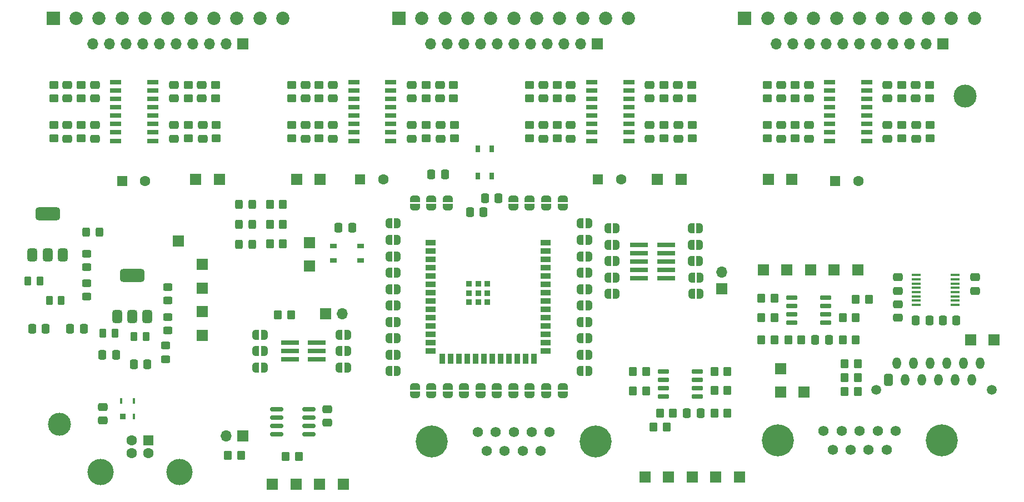
<source format=gts>
G04 #@! TF.GenerationSoftware,KiCad,Pcbnew,8.0.8*
G04 #@! TF.CreationDate,2025-02-08T12:50:56+01:00*
G04 #@! TF.ProjectId,Overlord,4f766572-6c6f-4726-942e-6b696361645f,rev?*
G04 #@! TF.SameCoordinates,Original*
G04 #@! TF.FileFunction,Soldermask,Top*
G04 #@! TF.FilePolarity,Negative*
%FSLAX46Y46*%
G04 Gerber Fmt 4.6, Leading zero omitted, Abs format (unit mm)*
G04 Created by KiCad (PCBNEW 8.0.8) date 2025-02-08 12:50:56*
%MOMM*%
%LPD*%
G01*
G04 APERTURE LIST*
G04 Aperture macros list*
%AMRoundRect*
0 Rectangle with rounded corners*
0 $1 Rounding radius*
0 $2 $3 $4 $5 $6 $7 $8 $9 X,Y pos of 4 corners*
0 Add a 4 corners polygon primitive as box body*
4,1,4,$2,$3,$4,$5,$6,$7,$8,$9,$2,$3,0*
0 Add four circle primitives for the rounded corners*
1,1,$1+$1,$2,$3*
1,1,$1+$1,$4,$5*
1,1,$1+$1,$6,$7*
1,1,$1+$1,$8,$9*
0 Add four rect primitives between the rounded corners*
20,1,$1+$1,$2,$3,$4,$5,0*
20,1,$1+$1,$4,$5,$6,$7,0*
20,1,$1+$1,$6,$7,$8,$9,0*
20,1,$1+$1,$8,$9,$2,$3,0*%
%AMFreePoly0*
4,1,19,0.500000,-0.750000,0.000000,-0.750000,0.000000,-0.744911,-0.071157,-0.744911,-0.207708,-0.704816,-0.327430,-0.627875,-0.420627,-0.520320,-0.479746,-0.390866,-0.500000,-0.250000,-0.500000,0.250000,-0.479746,0.390866,-0.420627,0.520320,-0.327430,0.627875,-0.207708,0.704816,-0.071157,0.744911,0.000000,0.744911,0.000000,0.750000,0.500000,0.750000,0.500000,-0.750000,0.500000,-0.750000,
$1*%
%AMFreePoly1*
4,1,19,0.000000,0.744911,0.071157,0.744911,0.207708,0.704816,0.327430,0.627875,0.420627,0.520320,0.479746,0.390866,0.500000,0.250000,0.500000,-0.250000,0.479746,-0.390866,0.420627,-0.520320,0.327430,-0.627875,0.207708,-0.704816,0.071157,-0.744911,0.000000,-0.744911,0.000000,-0.750000,-0.500000,-0.750000,-0.500000,0.750000,0.000000,0.750000,0.000000,0.744911,0.000000,0.744911,
$1*%
G04 Aperture macros list end*
%ADD10C,3.500000*%
%ADD11RoundRect,0.250000X0.450000X-0.350000X0.450000X0.350000X-0.450000X0.350000X-0.450000X-0.350000X0*%
%ADD12FreePoly0,180.000000*%
%ADD13FreePoly1,180.000000*%
%ADD14R,1.700000X1.700000*%
%ADD15RoundRect,0.250000X0.350000X0.450000X-0.350000X0.450000X-0.350000X-0.450000X0.350000X-0.450000X0*%
%ADD16RoundRect,0.250000X0.325000X0.450000X-0.325000X0.450000X-0.325000X-0.450000X0.325000X-0.450000X0*%
%ADD17C,1.500000*%
%ADD18RoundRect,0.250000X0.400000X-0.650000X0.400000X0.650000X-0.400000X0.650000X-0.400000X-0.650000X0*%
%ADD19O,1.300000X1.800000*%
%ADD20RoundRect,0.250000X-0.475000X0.337500X-0.475000X-0.337500X0.475000X-0.337500X0.475000X0.337500X0*%
%ADD21FreePoly0,270.000000*%
%ADD22FreePoly1,270.000000*%
%ADD23FreePoly0,90.000000*%
%ADD24FreePoly1,90.000000*%
%ADD25FreePoly0,0.000000*%
%ADD26FreePoly1,0.000000*%
%ADD27RoundRect,0.250000X0.475000X-0.337500X0.475000X0.337500X-0.475000X0.337500X-0.475000X-0.337500X0*%
%ADD28RoundRect,0.250000X-0.350000X-0.450000X0.350000X-0.450000X0.350000X0.450000X-0.350000X0.450000X0*%
%ADD29O,1.700000X1.700000*%
%ADD30RoundRect,0.250000X-0.450000X0.350000X-0.450000X-0.350000X0.450000X-0.350000X0.450000X0.350000X0*%
%ADD31RoundRect,0.250000X0.337500X0.475000X-0.337500X0.475000X-0.337500X-0.475000X0.337500X-0.475000X0*%
%ADD32RoundRect,0.250000X-0.337500X-0.475000X0.337500X-0.475000X0.337500X0.475000X-0.337500X0.475000X0*%
%ADD33RoundRect,0.250000X0.450000X-0.325000X0.450000X0.325000X-0.450000X0.325000X-0.450000X-0.325000X0*%
%ADD34R,1.750000X0.800000*%
%ADD35R,1.750000X0.700000*%
%ADD36R,2.025000X2.025000*%
%ADD37C,2.025000*%
%ADD38R,1.600000X1.600000*%
%ADD39C,1.600000*%
%ADD40R,2.790000X0.740000*%
%ADD41C,4.000000*%
%ADD42RoundRect,0.250000X-0.450000X0.325000X-0.450000X-0.325000X0.450000X-0.325000X0.450000X0.325000X0*%
%ADD43R,1.050000X0.650000*%
%ADD44RoundRect,0.375000X0.375000X-0.625000X0.375000X0.625000X-0.375000X0.625000X-0.375000X-0.625000X0*%
%ADD45RoundRect,0.500000X1.400000X-0.500000X1.400000X0.500000X-1.400000X0.500000X-1.400000X-0.500000X0*%
%ADD46R,1.500000X0.900000*%
%ADD47R,0.900000X1.500000*%
%ADD48R,0.900000X0.900000*%
%ADD49RoundRect,0.150000X-0.725000X-0.150000X0.725000X-0.150000X0.725000X0.150000X-0.725000X0.150000X0*%
%ADD50R,0.650000X1.050000*%
%ADD51R,1.475000X0.450000*%
%ADD52RoundRect,0.250000X0.262500X0.450000X-0.262500X0.450000X-0.262500X-0.450000X0.262500X-0.450000X0*%
%ADD53C,1.562000*%
%ADD54C,4.877000*%
%ADD55RoundRect,0.250000X-0.325000X-0.450000X0.325000X-0.450000X0.325000X0.450000X-0.325000X0.450000X0*%
%ADD56RoundRect,0.150000X0.825000X0.150000X-0.825000X0.150000X-0.825000X-0.150000X0.825000X-0.150000X0*%
%ADD57R,0.910000X0.910000*%
%ADD58R,0.460000X0.910000*%
G04 APERTURE END LIST*
D10*
X171960000Y-43450000D03*
X33960000Y-93450000D03*
D11*
X126047349Y-49875000D03*
X126047349Y-47875000D03*
D12*
X131484999Y-63589999D03*
D13*
X130185001Y-63589999D03*
D14*
X72050000Y-69350000D03*
D11*
X94089017Y-49875000D03*
X94089017Y-47875000D03*
D15*
X155550000Y-88450000D03*
X153550000Y-88450000D03*
D16*
X63274999Y-59960000D03*
X61225001Y-59960000D03*
D17*
X158400000Y-88180000D03*
X175970000Y-88180000D03*
D18*
X160200000Y-86700000D03*
D19*
X161470000Y-84160000D03*
X162740000Y-86700000D03*
X164010000Y-84160000D03*
X165279999Y-86700000D03*
X166550000Y-84160000D03*
X167820000Y-86700000D03*
X169090000Y-84160000D03*
X170360000Y-86700000D03*
X171630000Y-84160000D03*
X172900000Y-86700000D03*
X174170000Y-84160000D03*
D11*
X141805683Y-49875001D03*
X141805683Y-47875001D03*
D20*
X40510000Y-90812500D03*
X40510000Y-92887500D03*
D21*
X88085000Y-87710000D03*
D22*
X88085000Y-89009998D03*
D16*
X63274999Y-66040000D03*
X61225001Y-66040000D03*
D12*
X131484998Y-66090000D03*
D13*
X130185000Y-66090000D03*
D23*
X103084999Y-60359997D03*
D24*
X103084999Y-59059999D03*
D25*
X113285003Y-75359997D03*
D26*
X114585001Y-75359997D03*
D27*
X39330684Y-49942500D03*
X39330684Y-47867500D03*
X75589017Y-49942500D03*
X75589017Y-47867500D03*
D21*
X105584999Y-87710000D03*
D22*
X105584999Y-89009998D03*
D15*
X70400000Y-98400000D03*
X68400000Y-98400000D03*
D28*
X67200000Y-76800000D03*
X69200000Y-76800000D03*
D14*
X134827500Y-72825000D03*
D29*
X134827500Y-70285000D03*
D25*
X113285002Y-70359999D03*
D26*
X114585000Y-70359999D03*
D25*
X76545000Y-84805000D03*
D26*
X77844998Y-84805000D03*
D11*
X109747350Y-49875001D03*
X109747350Y-47875001D03*
D30*
X73489017Y-41775000D03*
X73489017Y-43775000D03*
D31*
X42537500Y-82900000D03*
X40462500Y-82900000D03*
D11*
X33030684Y-49875001D03*
X33030684Y-47875001D03*
D14*
X133950000Y-101550000D03*
D30*
X57730683Y-41775000D03*
X57730683Y-43775000D03*
D23*
X90585000Y-60359997D03*
D24*
X90585000Y-59059999D03*
D12*
X85384998Y-65359998D03*
D13*
X84085000Y-65359998D03*
D32*
X29762500Y-78900000D03*
X31837500Y-78900000D03*
D15*
X61600001Y-98250000D03*
X59600001Y-98250000D03*
D27*
X35130684Y-43782501D03*
X35130684Y-41707501D03*
X164405682Y-43782500D03*
X164405682Y-41707500D03*
X128247350Y-49942500D03*
X128247350Y-47867500D03*
D33*
X38100000Y-69524999D03*
X38100000Y-67475001D03*
D27*
X87589017Y-43782500D03*
X87589017Y-41707500D03*
D28*
X65995000Y-59915000D03*
X67995000Y-59915000D03*
D34*
X48155683Y-50295000D03*
D35*
X48155683Y-48975000D03*
X48155683Y-47705000D03*
X48155683Y-46435000D03*
X48155683Y-45165000D03*
X48155683Y-43895000D03*
X48155683Y-42625000D03*
D34*
X48155683Y-41305000D03*
X42505683Y-41305000D03*
D35*
X42505683Y-42625000D03*
X42505683Y-43895000D03*
X42505683Y-45165000D03*
X42505683Y-46435000D03*
X42505683Y-47705000D03*
X42505683Y-48975000D03*
D34*
X42505683Y-50295000D03*
D27*
X148105683Y-43782501D03*
X148105683Y-41707501D03*
D30*
X33030684Y-41775001D03*
X33030684Y-43775001D03*
D14*
X55650000Y-76300000D03*
D27*
X123847349Y-43782500D03*
X123847349Y-41707500D03*
X107647350Y-49942501D03*
X107647350Y-47867501D03*
D11*
X146005682Y-49875001D03*
X146005682Y-47875001D03*
D27*
X91889017Y-43782500D03*
X91889017Y-41707500D03*
D14*
X148350000Y-69950000D03*
D21*
X98085005Y-87710000D03*
D22*
X98085005Y-89009998D03*
D20*
X161650000Y-71062500D03*
X161650000Y-73137500D03*
D28*
X140875000Y-74220000D03*
X142875000Y-74220000D03*
D36*
X85650000Y-31600000D03*
D37*
X89150000Y-31600000D03*
X92650000Y-31600000D03*
X96150000Y-31600000D03*
X99650000Y-31600000D03*
X103150000Y-31600000D03*
X106650000Y-31600000D03*
X110150000Y-31600000D03*
X113650000Y-31600000D03*
X117150000Y-31600000D03*
X120650000Y-31600000D03*
D20*
X173450000Y-71062500D03*
X173450000Y-73137500D03*
D11*
X105547350Y-49875001D03*
X105547350Y-47875001D03*
D14*
X73650000Y-56100000D03*
D32*
X149094166Y-80630000D03*
X151169166Y-80630000D03*
D27*
X107647350Y-43782501D03*
X107647350Y-41707501D03*
D25*
X113285002Y-82859998D03*
D26*
X114585000Y-82859998D03*
D25*
X63845000Y-84805000D03*
D26*
X65144998Y-84805000D03*
D30*
X130247349Y-41775000D03*
X130247349Y-43775000D03*
D14*
X73550000Y-102650000D03*
D15*
X135700000Y-91800000D03*
X133700000Y-91800000D03*
D14*
X126750000Y-101550000D03*
X115850000Y-35500000D03*
D29*
X113310000Y-35500000D03*
X110770001Y-35500000D03*
X108230000Y-35500000D03*
X105690000Y-35500000D03*
X103150000Y-35500000D03*
X100610000Y-35500000D03*
X98069999Y-35500000D03*
X95530000Y-35500000D03*
X92990000Y-35500000D03*
X90450000Y-35500000D03*
D25*
X113285002Y-85359998D03*
D26*
X114585000Y-85359998D03*
D32*
X96475000Y-61100000D03*
X98550000Y-61100000D03*
D31*
X47337500Y-84300000D03*
X45262500Y-84300000D03*
D25*
X76545000Y-79805000D03*
D26*
X77844998Y-79805000D03*
D12*
X85385000Y-85359998D03*
D13*
X84085002Y-85359998D03*
D27*
X75589017Y-43782500D03*
X75589017Y-41707500D03*
D12*
X131484998Y-68590000D03*
D13*
X130185000Y-68590000D03*
D38*
X79750000Y-56150000D03*
D39*
X83250000Y-56150000D03*
D40*
X69030000Y-81000000D03*
X73100000Y-81000000D03*
X69030000Y-82270000D03*
X73100000Y-82270000D03*
X69030000Y-83540000D03*
X73100000Y-83540000D03*
D25*
X113285003Y-80359997D03*
D26*
X114585001Y-80359997D03*
D14*
X61875000Y-35500000D03*
D29*
X59335000Y-35500000D03*
X56795001Y-35500000D03*
X54255000Y-35500000D03*
X51715000Y-35500000D03*
X49175000Y-35500000D03*
X46635000Y-35500000D03*
X44094999Y-35500000D03*
X41555000Y-35500000D03*
X39015000Y-35500000D03*
D34*
X120672349Y-50295000D03*
D35*
X120672349Y-48975000D03*
X120672349Y-47705000D03*
X120672349Y-46435000D03*
X120672349Y-45165000D03*
X120672349Y-43895000D03*
X120672349Y-42625000D03*
D34*
X120672349Y-41305000D03*
X115022349Y-41305000D03*
D35*
X115022349Y-42625000D03*
X115022349Y-43895000D03*
X115022349Y-45165000D03*
X115022349Y-46435000D03*
X115022349Y-47705000D03*
X115022349Y-48975000D03*
D34*
X115022349Y-50295000D03*
D14*
X155550000Y-69950000D03*
D15*
X135700000Y-88300000D03*
X133700000Y-88300000D03*
D12*
X85384998Y-77859997D03*
D13*
X84085000Y-77859997D03*
D14*
X55650000Y-72700000D03*
D11*
X37230684Y-49875001D03*
X37230684Y-47875001D03*
D21*
X103084999Y-87710000D03*
D22*
X103084999Y-89009998D03*
D30*
X93989017Y-41775000D03*
X93989017Y-43775000D03*
D31*
X170587500Y-77650000D03*
X168512500Y-77650000D03*
D27*
X160105682Y-49942500D03*
X160105682Y-47867500D03*
X35130684Y-49942501D03*
X35130684Y-47867501D03*
D14*
X176350000Y-80600000D03*
D34*
X156930683Y-50295000D03*
D35*
X156930683Y-48975000D03*
X156930683Y-47705000D03*
X156930683Y-46435000D03*
X156930683Y-45165000D03*
X156930683Y-43895000D03*
X156930683Y-42625000D03*
D34*
X156930683Y-41305000D03*
X151280683Y-41305000D03*
D35*
X151280683Y-42625000D03*
X151280683Y-43895000D03*
X151280683Y-45165000D03*
X151280683Y-46435000D03*
X151280683Y-47705000D03*
X151280683Y-48975000D03*
D34*
X151280683Y-50295000D03*
D15*
X155275000Y-80600000D03*
X153275000Y-80600000D03*
D11*
X89789017Y-49875000D03*
X89789017Y-47875000D03*
D14*
X123150000Y-101550000D03*
X141150000Y-69950000D03*
X172749999Y-80600000D03*
X147400000Y-88600000D03*
D11*
X130347350Y-49875000D03*
X130347350Y-47875000D03*
D25*
X113285003Y-77859997D03*
D26*
X114585001Y-77859997D03*
D30*
X53530684Y-41775000D03*
X53530684Y-43775000D03*
X162305682Y-41775000D03*
X162305682Y-43775000D03*
D38*
X43450000Y-56400000D03*
D39*
X46950000Y-56400000D03*
D14*
X58300000Y-56100000D03*
D38*
X47450000Y-95890000D03*
D39*
X44950000Y-95890000D03*
X44950000Y-97890000D03*
X47450000Y-97890000D03*
D41*
X52200000Y-100750000D03*
X40200000Y-100750000D03*
D12*
X118784997Y-73590000D03*
D13*
X117484999Y-73590000D03*
D23*
X110585002Y-60359997D03*
D24*
X110585002Y-59059999D03*
D12*
X85384998Y-72859997D03*
D13*
X84085000Y-72859997D03*
D14*
X66350000Y-102650000D03*
D11*
X166605683Y-49875000D03*
X166605683Y-47875000D03*
D42*
X50400000Y-77147501D03*
X50400000Y-79197499D03*
D23*
X108085002Y-60359997D03*
D24*
X108085002Y-59059999D03*
D43*
X75625000Y-66325000D03*
X79775000Y-66325000D03*
X75625000Y-68475000D03*
X79775000Y-68475000D03*
D44*
X29800000Y-67650000D03*
X32100000Y-67650000D03*
D45*
X32100000Y-61350000D03*
D44*
X34400000Y-67650000D03*
D31*
X37637500Y-78900000D03*
X35562500Y-78900000D03*
D30*
X109747350Y-41775001D03*
X109747350Y-43775001D03*
D27*
X164505683Y-49942500D03*
X164505683Y-47867500D03*
D20*
X74700000Y-91162500D03*
X74700000Y-93237500D03*
D28*
X65995000Y-65995000D03*
X67995000Y-65995000D03*
D15*
X155275000Y-77200000D03*
X153275000Y-77200000D03*
D21*
X108085002Y-87710000D03*
D22*
X108085002Y-89009998D03*
D27*
X111847350Y-43782502D03*
X111847350Y-41707502D03*
D30*
X126047349Y-41775001D03*
X126047349Y-43775001D03*
D14*
X137550000Y-101550000D03*
D38*
X115997349Y-56150000D03*
D39*
X119497349Y-56150000D03*
D15*
X123300000Y-88400000D03*
X121300000Y-88400000D03*
X155550000Y-86350000D03*
X153550000Y-86350000D03*
D11*
X53530683Y-49875000D03*
X53530683Y-47875000D03*
D14*
X130350000Y-101550000D03*
D23*
X105585000Y-60359999D03*
D24*
X105585000Y-59060001D03*
D27*
X55730684Y-49942500D03*
X55730684Y-47867500D03*
X71389017Y-43782500D03*
X71389017Y-41707500D03*
D25*
X63845000Y-82305000D03*
D26*
X65144998Y-82305000D03*
D14*
X55650000Y-79900000D03*
D46*
X90500004Y-65749998D03*
X90500004Y-67019998D03*
X90500004Y-68289998D03*
X90500004Y-69559998D03*
X90500004Y-70829998D03*
X90500004Y-72099998D03*
X90500004Y-73369998D03*
X90500004Y-74639998D03*
X90500004Y-75909998D03*
X90500004Y-77179998D03*
X90500004Y-78449998D03*
X90500004Y-79719998D03*
X90500004Y-80989998D03*
X90500004Y-82259998D03*
D47*
X92265005Y-83509998D03*
X93535004Y-83509998D03*
X94805004Y-83509998D03*
X96075004Y-83509997D03*
X97345004Y-83509998D03*
X98615004Y-83509998D03*
X99885004Y-83509998D03*
X101155004Y-83509998D03*
X102425004Y-83509997D03*
X103695004Y-83509998D03*
X104965004Y-83509998D03*
X106235003Y-83509998D03*
D46*
X108000004Y-82259998D03*
X108000004Y-80989998D03*
X108000004Y-79719998D03*
X108000004Y-78449998D03*
X108000004Y-77179998D03*
X108000004Y-75909998D03*
X108000004Y-74639998D03*
X108000004Y-73369998D03*
X108000004Y-72099998D03*
X108000004Y-70829998D03*
X108000004Y-69559998D03*
X108000004Y-68289998D03*
X108000004Y-67019998D03*
X108000004Y-65749998D03*
D48*
X96350004Y-72069998D03*
X96350004Y-73469998D03*
X96350004Y-74869998D03*
X97750004Y-72069998D03*
X97750004Y-73469998D03*
X97750004Y-74869998D03*
X99150004Y-72069998D03*
X99150004Y-73469998D03*
X99150004Y-74869998D03*
D49*
X145525000Y-74195000D03*
X145525000Y-75465000D03*
X145525000Y-76735000D03*
X145525000Y-78005000D03*
X150675000Y-78005000D03*
X150675000Y-76735000D03*
X150675000Y-75465000D03*
X150675000Y-74195000D03*
D14*
X151950000Y-69950000D03*
D15*
X135700000Y-85420000D03*
X133700000Y-85420000D03*
D25*
X113285002Y-72859999D03*
D26*
X114585000Y-72859999D03*
D27*
X55630683Y-43782500D03*
X55630683Y-41707500D03*
D32*
X129519166Y-91800000D03*
X131594166Y-91800000D03*
D12*
X85384998Y-80359997D03*
D13*
X84085000Y-80359997D03*
D27*
X143905683Y-49942501D03*
X143905683Y-47867501D03*
D15*
X127413333Y-91800000D03*
X125413333Y-91800000D03*
D28*
X65995000Y-62955000D03*
X67995000Y-62955000D03*
D15*
X126450000Y-93900000D03*
X124450000Y-93900000D03*
D11*
X73489018Y-49875000D03*
X73489018Y-47875000D03*
D14*
X77149999Y-102650000D03*
D50*
X99800000Y-51450000D03*
X99800000Y-55600000D03*
X97650000Y-51450000D03*
X97650000Y-55600000D03*
D51*
X164512000Y-70725000D03*
X164512000Y-71375000D03*
X164512000Y-72025000D03*
X164512000Y-72675000D03*
X164512000Y-73325000D03*
X164512000Y-73975000D03*
X164512000Y-74625000D03*
X164512000Y-75275000D03*
X170388000Y-75275000D03*
X170388000Y-74625000D03*
X170388000Y-73975000D03*
X170388000Y-73325000D03*
X170388000Y-72675000D03*
X170388000Y-72025000D03*
X170388000Y-71375000D03*
X170388000Y-70725000D03*
D14*
X54700000Y-56100000D03*
X128650000Y-56100000D03*
D27*
X128147349Y-43782500D03*
X128147349Y-41707500D03*
D12*
X85385000Y-67859999D03*
D13*
X84085002Y-67859999D03*
D32*
X76462500Y-63500000D03*
X78537500Y-63500000D03*
D14*
X70050000Y-56100000D03*
D25*
X63845000Y-79805000D03*
D26*
X65144998Y-79805000D03*
D31*
X92637500Y-55400000D03*
X90562500Y-55400000D03*
D27*
X71389017Y-49942500D03*
X71389017Y-47867500D03*
D14*
X74470001Y-76605000D03*
D29*
X77010001Y-76605000D03*
D14*
X69950001Y-102650000D03*
D27*
X148105683Y-49942501D03*
X148105683Y-47867501D03*
X123847349Y-49942500D03*
X123847349Y-47867500D03*
X143905683Y-43782501D03*
X143905683Y-41707501D03*
D52*
X30912500Y-71600000D03*
X29087500Y-71600000D03*
D30*
X105547350Y-41775001D03*
X105547350Y-43775001D03*
D32*
X98762500Y-59000000D03*
X100837500Y-59000000D03*
D23*
X93085003Y-60359997D03*
D24*
X93085003Y-59059999D03*
D40*
X126335000Y-71190000D03*
X122265000Y-71190000D03*
X126335000Y-69920000D03*
X122265000Y-69920000D03*
X126335000Y-68650000D03*
X122265000Y-68650000D03*
X126335000Y-67380000D03*
X122265000Y-67380000D03*
X126335000Y-66110000D03*
X122265000Y-66110000D03*
D30*
X89789017Y-41775001D03*
X89789017Y-43775001D03*
D12*
X131534996Y-73590000D03*
D13*
X130234998Y-73590000D03*
D14*
X168550000Y-35500000D03*
D29*
X166010000Y-35500000D03*
X163470001Y-35500000D03*
X160930000Y-35500000D03*
X158390000Y-35500000D03*
X155850000Y-35500000D03*
X153310000Y-35500000D03*
X150769999Y-35500000D03*
X148230000Y-35500000D03*
X145690000Y-35500000D03*
X143150000Y-35500000D03*
D12*
X85384998Y-62859998D03*
D13*
X84085000Y-62859998D03*
D28*
X121300000Y-85420000D03*
X123300000Y-85420000D03*
D34*
X84414016Y-50295000D03*
D35*
X84414016Y-48975000D03*
X84414016Y-47705000D03*
X84414016Y-46435000D03*
X84414016Y-45165000D03*
X84414016Y-43895000D03*
X84414016Y-42625000D03*
D34*
X84414016Y-41305000D03*
X78764016Y-41305000D03*
D35*
X78764016Y-42625000D03*
X78764016Y-43895000D03*
X78764016Y-45165000D03*
X78764016Y-46435000D03*
X78764016Y-47705000D03*
X78764016Y-48975000D03*
D34*
X78764016Y-50295000D03*
D16*
X63274999Y-63000000D03*
X61225001Y-63000000D03*
D21*
X95585003Y-87710000D03*
D22*
X95585003Y-89009998D03*
D53*
X161336000Y-94506000D03*
X158593000Y-94506000D03*
X155850000Y-94506000D03*
X153107000Y-94506000D03*
X150364000Y-94506000D03*
X159965000Y-97351000D03*
X157222000Y-97351000D03*
X154478000Y-97351000D03*
X151735000Y-97351000D03*
D54*
X168347000Y-95929000D03*
X143353000Y-95929000D03*
D27*
X51330683Y-49942500D03*
X51330683Y-47867500D03*
X39330684Y-43782502D03*
X39330684Y-41707502D03*
D21*
X110585002Y-87710000D03*
D22*
X110585002Y-89009998D03*
D11*
X162305682Y-49875000D03*
X162305682Y-47875000D03*
D36*
X138350000Y-31600000D03*
D37*
X141850000Y-31600000D03*
X145350000Y-31600000D03*
X148850000Y-31600000D03*
X152350000Y-31600000D03*
X155850000Y-31600000D03*
X159350000Y-31600000D03*
X162850000Y-31600000D03*
X166350000Y-31600000D03*
X169850000Y-31600000D03*
X173350000Y-31600000D03*
D55*
X37975001Y-64200000D03*
X40024999Y-64200000D03*
D49*
X125925000Y-85395000D03*
X125925000Y-86665000D03*
X125925000Y-87935000D03*
X125925000Y-89205000D03*
X131075000Y-89205000D03*
X131075000Y-87935000D03*
X131075000Y-86665000D03*
X131075000Y-85395000D03*
D12*
X85385000Y-70359995D03*
D13*
X84085002Y-70359995D03*
D21*
X90585000Y-87710000D03*
D22*
X90585000Y-89009998D03*
D33*
X50400000Y-74624999D03*
X50400000Y-72575001D03*
D12*
X85385000Y-82859998D03*
D13*
X84085002Y-82859998D03*
D31*
X166487500Y-77650000D03*
X164412500Y-77650000D03*
D14*
X145550000Y-56100000D03*
D30*
X146005683Y-41775001D03*
X146005683Y-43775001D03*
D28*
X155250000Y-74400000D03*
X157250000Y-74400000D03*
D27*
X51330683Y-43782500D03*
X51330683Y-41707500D03*
D52*
X34212500Y-74600000D03*
X32387500Y-74600000D03*
D30*
X69289017Y-41775001D03*
X69289017Y-43775001D03*
D15*
X146988333Y-80600000D03*
X144988333Y-80600000D03*
D36*
X32950000Y-31600000D03*
D37*
X36450000Y-31600000D03*
X39950000Y-31600000D03*
X43450000Y-31600000D03*
X46950000Y-31600000D03*
X50450000Y-31600000D03*
X53950000Y-31600000D03*
X57450000Y-31600000D03*
X60950000Y-31600000D03*
X64450000Y-31600000D03*
X67950000Y-31600000D03*
D38*
X152150000Y-56400000D03*
D39*
X155650000Y-56400000D03*
D15*
X142875000Y-80600000D03*
X140875000Y-80600000D03*
D14*
X141950000Y-56100000D03*
D25*
X113285000Y-62859998D03*
D26*
X114584998Y-62859998D03*
D27*
X87589017Y-49942500D03*
X87589017Y-47867500D03*
D11*
X57830684Y-49875000D03*
X57830684Y-47875000D03*
D15*
X155550000Y-84250000D03*
X153550000Y-84250000D03*
D27*
X111847350Y-49942500D03*
X111847350Y-47867500D03*
D42*
X50050000Y-81475001D03*
X50050000Y-83524999D03*
D14*
X72050000Y-65750000D03*
D12*
X118784998Y-71090000D03*
D13*
X117485000Y-71090000D03*
D14*
X144750000Y-69950000D03*
D21*
X100585005Y-87710000D03*
D22*
X100585005Y-89009998D03*
D25*
X113285000Y-65359998D03*
D26*
X114584998Y-65359998D03*
D27*
X160105682Y-43782500D03*
X160105682Y-41707500D03*
D14*
X125050001Y-56100000D03*
D25*
X113285002Y-67859999D03*
D26*
X114585000Y-67859999D03*
D33*
X38100000Y-74024999D03*
X38100000Y-71975001D03*
D52*
X47112500Y-80100000D03*
X45287500Y-80100000D03*
D12*
X118784999Y-63589999D03*
D13*
X117485001Y-63589999D03*
D30*
X37230684Y-41775001D03*
X37230684Y-43775001D03*
D12*
X85384998Y-75359997D03*
D13*
X84085000Y-75359997D03*
D23*
X88085000Y-60359997D03*
D24*
X88085000Y-59059999D03*
D14*
X52050000Y-65500000D03*
D25*
X76545000Y-82305000D03*
D26*
X77844998Y-82305000D03*
D56*
X71975000Y-94975000D03*
X71975000Y-93705000D03*
X71975000Y-92435000D03*
X71975000Y-91165000D03*
X67025000Y-91165000D03*
X67025000Y-92435000D03*
X67025000Y-93705000D03*
X67025000Y-94975000D03*
D14*
X143800000Y-88600000D03*
D30*
X141805683Y-41775002D03*
X141805683Y-43775002D03*
D53*
X108636000Y-94655000D03*
X105893000Y-94655000D03*
X103150000Y-94655000D03*
X100407000Y-94655000D03*
X97664000Y-94655000D03*
X107265000Y-97500000D03*
X104522000Y-97500000D03*
X101778000Y-97500000D03*
X99035000Y-97500000D03*
D54*
X115647000Y-96078000D03*
X90653000Y-96078000D03*
D12*
X118784998Y-66090000D03*
D13*
X117485000Y-66090000D03*
D14*
X143800000Y-85000000D03*
D30*
X166505682Y-41775000D03*
X166505682Y-43775000D03*
D14*
X61875000Y-95250000D03*
D29*
X59335000Y-95250000D03*
D21*
X93085003Y-87710000D03*
D22*
X93085003Y-89009998D03*
D12*
X131534998Y-71090000D03*
D13*
X130235000Y-71090000D03*
D27*
X161650000Y-77237500D03*
X161650000Y-75162500D03*
D14*
X55650000Y-69100000D03*
D44*
X42700000Y-77049999D03*
X45000000Y-77049999D03*
D45*
X45000000Y-70749999D03*
D44*
X47300000Y-77049999D03*
D27*
X91989017Y-49942500D03*
X91989017Y-47867500D03*
D57*
X43540000Y-92250000D03*
D58*
X45260000Y-92250000D03*
X45260000Y-89950000D03*
X43340000Y-89950000D03*
D11*
X69289017Y-49875000D03*
X69289017Y-47875000D03*
D52*
X42362500Y-79600000D03*
X40537500Y-79600000D03*
D12*
X118784998Y-68590000D03*
D13*
X117485000Y-68590000D03*
D15*
X142875000Y-77200000D03*
X140875000Y-77200000D03*
M02*

</source>
